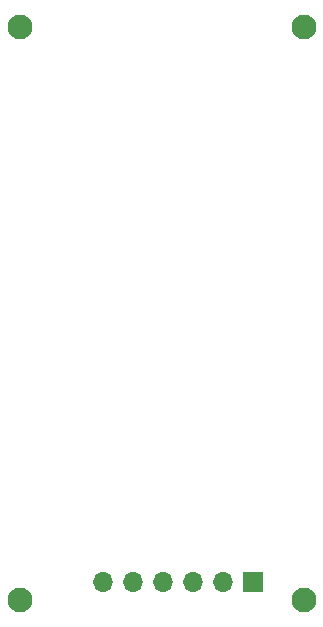
<source format=gbs>
%TF.GenerationSoftware,KiCad,Pcbnew,(5.1.12)-1*%
%TF.CreationDate,2021-12-20T11:42:42-08:00*%
%TF.ProjectId,HighPressureSensorArray,48696768-5072-4657-9373-75726553656e,rev?*%
%TF.SameCoordinates,Original*%
%TF.FileFunction,Soldermask,Bot*%
%TF.FilePolarity,Negative*%
%FSLAX46Y46*%
G04 Gerber Fmt 4.6, Leading zero omitted, Abs format (unit mm)*
G04 Created by KiCad (PCBNEW (5.1.12)-1) date 2021-12-20 11:42:42*
%MOMM*%
%LPD*%
G01*
G04 APERTURE LIST*
%ADD10C,2.100000*%
%ADD11R,1.700000X1.700000*%
%ADD12O,1.700000X1.700000*%
G04 APERTURE END LIST*
D10*
X117500000Y-44500000D03*
X141500000Y-44500000D03*
X141500000Y-93000000D03*
X117500000Y-93000000D03*
D11*
X137250000Y-91500000D03*
D12*
X134710000Y-91500000D03*
X132170000Y-91500000D03*
X129630000Y-91500000D03*
X127090000Y-91500000D03*
X124550000Y-91500000D03*
M02*

</source>
